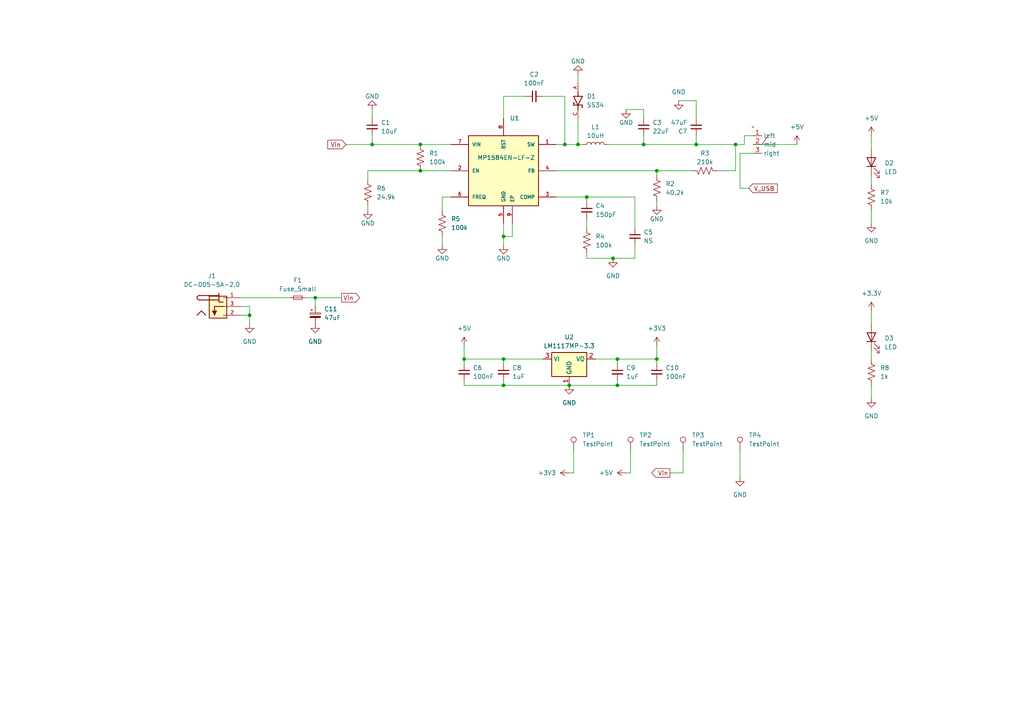
<source format=kicad_sch>
(kicad_sch (version 20230121) (generator eeschema)
  (paper "A4")
  (lib_symbols
    (symbol "Connector:TestPoint" (pin_numbers hide) (pin_names (offset 0.762) hide)
      (property "Reference" "TP" (at 0 6.858 0))
      (property "Value" "TestPoint" (at 0 5.08 0))
      (symbol "TestPoint_0_1"
        (circle (center 0 3.302) (radius 0.762))
      )
      (symbol "TestPoint_1_1"
        (pin passive line (at 0 0 90) (length 2.54) (name "1") (number "1"))
      )
    )
    (symbol "DC-005-5A-2.0:DC-005-5A-2.0" (pin_names (offset 1.016))
      (property "Reference" "J" (at -5.08 5.08 0))
      (property "Value" "DC-005-5A-2.0" (at -5.08 -5.08 0))
      (symbol "DC-005-5A-2.0_0_0"
        (arc (start -4.445 3.175) (mid -5.0773 2.54) (end -4.445 1.905) (stroke (width 0.254)))
        (rectangle (start -1.5421 -3.3564) (end 3.5379 2.9936) (stroke (width 0.254)) (fill (type background)))
        (polyline (pts (xy -4.445 1.905) (xy 1.27 1.905)) (stroke (width 0.254)))
        (polyline (pts (xy -4.445 3.175) (xy 1.27 3.175)) (stroke (width 0.254)))
        (polyline (pts (xy -3.81 -1.27) (xy -5.08 -2.54)) (stroke (width 0.254)))
        (polyline (pts (xy -2.54 -2.54) (xy -3.81 -1.27)) (stroke (width 0.254)))
        (polyline (pts (xy 0 0) (xy 0 -2.54)) (stroke (width 0.254)))
        (polyline (pts (xy 1.27 1.27) (xy 2.54 1.27)) (stroke (width 0.254)))
        (polyline (pts (xy 1.27 1.905) (xy 1.27 1.27)) (stroke (width 0.254)))
        (polyline (pts (xy 1.27 3.175) (xy 1.27 1.905)) (stroke (width 0.254)))
        (polyline (pts (xy 1.27 3.81) (xy 1.27 3.175)) (stroke (width 0.254)))
        (polyline (pts (xy 2.54 0) (xy 0 0)) (stroke (width 0.254)))
        (polyline (pts (xy -0.635 -1.27) (xy 0.635 -1.27) (xy 0 -2.54) (xy -0.635 -1.27)) (stroke (width 0.1524)) (fill (type outline)))
        (pin passive line (at 7.62 2.54 180) (length 5.08) (name "~") (number "1"))
        (pin passive line (at 7.62 -2.54 180) (length 5.08) (name "~") (number "2"))
        (pin passive line (at 7.62 0 180) (length 5.08) (name "~") (number "3"))
      )
    )
    (symbol "Device:C_Polarized_Small" (pin_numbers hide) (pin_names (offset 0.254) hide)
      (property "Reference" "C" (at 0.254 1.778 0))
      (property "Value" "C_Polarized_Small" (at 0.254 -2.032 0))
      (symbol "C_Polarized_Small_0_1"
        (rectangle (start -1.524 -0.3048) (end 1.524 -0.6858) (fill (type outline)))
        (rectangle (start -1.524 0.6858) (end 1.524 0.3048))
        (polyline (pts (xy -1.27 1.524) (xy -0.762 1.524)))
        (polyline (pts (xy -1.016 1.27) (xy -1.016 1.778)))
      )
      (symbol "C_Polarized_Small_1_1"
        (pin passive line (at 0 2.54 270) (length 1.8542) (name "~") (number "1"))
        (pin passive line (at 0 -2.54 90) (length 1.8542) (name "~") (number "2"))
      )
    )
    (symbol "Device:C_Small" (pin_numbers hide) (pin_names (offset 0.254) hide)
      (property "Reference" "C" (at 0.254 1.778 0))
      (property "Value" "C_Small" (at 0.254 -2.032 0))
      (symbol "C_Small_0_1"
        (polyline (pts (xy -1.524 -0.508) (xy 1.524 -0.508)) (stroke (width 0.3302)))
        (polyline (pts (xy -1.524 0.508) (xy 1.524 0.508)) (stroke (width 0.3048)))
      )
      (symbol "C_Small_1_1"
        (pin passive line (at 0 2.54 270) (length 2.032) (name "~") (number "1"))
        (pin passive line (at 0 -2.54 90) (length 2.032) (name "~") (number "2"))
      )
    )
    (symbol "Device:Fuse_Small" (pin_numbers hide) (pin_names (offset 0.254) hide)
      (property "Reference" "F" (at 0 -1.524 0))
      (property "Value" "Fuse_Small" (at 0 1.524 0))
      (symbol "Fuse_Small_0_1"
        (rectangle (start -1.27 0.508) (end 1.27 -0.508))
        (polyline (pts (xy -1.27 0) (xy 1.27 0)))
      )
      (symbol "Fuse_Small_1_1"
        (pin passive line (at -2.54 0 0) (length 1.27) (name "~") (number "1"))
        (pin passive line (at 2.54 0 180) (length 1.27) (name "~") (number "2"))
      )
    )
    (symbol "Device:L" (pin_numbers hide) (pin_names (offset 1.016) hide)
      (property "Reference" "L" (at -1.27 0 90))
      (property "Value" "L" (at 1.905 0 90))
      (symbol "L_0_1"
        (arc (start 0 -2.54) (mid 0.6323 -1.905) (end 0 -1.27))
        (arc (start 0 -1.27) (mid 0.6323 -0.635) (end 0 0))
        (arc (start 0 0) (mid 0.6323 0.635) (end 0 1.27))
        (arc (start 0 1.27) (mid 0.6323 1.905) (end 0 2.54))
      )
      (symbol "L_1_1"
        (pin passive line (at 0 3.81 270) (length 1.27) (name "1") (number "1"))
        (pin passive line (at 0 -3.81 90) (length 1.27) (name "2") (number "2"))
      )
    )
    (symbol "Device:LED" (pin_numbers hide) (pin_names (offset 1.016) hide)
      (property "Reference" "D" (at 0 2.54 0))
      (property "Value" "LED" (at 0 -2.54 0))
      (symbol "LED_0_1"
        (polyline (pts (xy -1.27 -1.27) (xy -1.27 1.27)) (stroke (width 0.254)))
        (polyline (pts (xy -1.27 0) (xy 1.27 0)))
        (polyline (pts (xy 1.27 -1.27) (xy 1.27 1.27) (xy -1.27 0) (xy 1.27 -1.27)) (stroke (width 0.254)))
        (polyline (pts (xy -3.048 -0.762) (xy -4.572 -2.286) (xy -3.81 -2.286) (xy -4.572 -2.286) (xy -4.572 -1.524)))
        (polyline (pts (xy -1.778 -0.762) (xy -3.302 -2.286) (xy -2.54 -2.286) (xy -3.302 -2.286) (xy -3.302 -1.524)))
      )
      (symbol "LED_1_1"
        (pin passive line (at -3.81 0 0) (length 2.54) (name "K") (number "1"))
        (pin passive line (at 3.81 0 180) (length 2.54) (name "A") (number "2"))
      )
    )
    (symbol "Device:R_US" (pin_numbers hide) (pin_names (offset 0))
      (property "Reference" "R" (at 2.54 0 90))
      (property "Value" "R_US" (at -2.54 0 90))
      (symbol "R_US_0_1"
        (polyline (pts (xy 0 -2.286) (xy 0 -2.54)))
        (polyline (pts (xy 0 2.286) (xy 0 2.54)))
        (polyline (pts (xy 0 -0.762) (xy 1.016 -1.143) (xy 0 -1.524) (xy -1.016 -1.905) (xy 0 -2.286)))
        (polyline (pts (xy 0 0.762) (xy 1.016 0.381) (xy 0 0) (xy -1.016 -0.381) (xy 0 -0.762)))
        (polyline (pts (xy 0 2.286) (xy 1.016 1.905) (xy 0 1.524) (xy -1.016 1.143) (xy 0 0.762)))
      )
      (symbol "R_US_1_1"
        (pin passive line (at 0 3.81 270) (length 1.27) (name "~") (number "1"))
        (pin passive line (at 0 -3.81 90) (length 1.27) (name "~") (number "2"))
      )
    )
    (symbol "MP1584EN-LF-Z:MP1584EN-LF-Z" (pin_names (offset 1.016))
      (property "Reference" "U" (at -26.6997 14.7715 0))
      (property "Value" "MP1584EN-LF-Z" (at -26.7003 -8.9336 0))
      (symbol "MP1584EN-LF-Z_0_0"
        (rectangle (start -26.67 -6.35) (end -6.35 13.97) (stroke (width 0.254)) (fill (type background)))
        (pin output line (at -1.27 11.43 180) (length 5.08) (name "SW") (number "1"))
        (pin input line (at -31.75 3.81 0) (length 5.08) (name "EN") (number "2"))
        (pin passive line (at -1.27 -3.81 180) (length 5.08) (name "COMP") (number "3"))
        (pin input line (at -1.27 3.81 180) (length 5.08) (name "FB") (number "4"))
        (pin power_in line (at -16.51 -11.43 90) (length 5.08) (name "GND") (number "5"))
        (pin passive line (at -31.75 -3.81 0) (length 5.08) (name "FREQ") (number "6"))
        (pin input line (at -31.75 11.43 0) (length 5.08) (name "VIN") (number "7"))
        (pin passive line (at -16.51 19.05 270) (length 5.08) (name "BST") (number "8"))
        (pin power_in line (at -13.97 -11.43 90) (length 5.08) (name "EP") (number "9"))
      )
    )
    (symbol "Regulator_Linear:LM1117MP-3.3"
      (property "Reference" "U" (at -3.81 3.175 0))
      (property "Value" "LM1117MP-3.3" (at 0 3.175 0))
      (symbol "LM1117MP-3.3_0_1"
        (rectangle (start -5.08 -5.08) (end 5.08 1.905) (stroke (width 0.254)) (fill (type background)))
      )
      (symbol "LM1117MP-3.3_1_1"
        (pin power_in line (at 0 -7.62 90) (length 2.54) (name "GND") (number "1"))
        (pin power_out line (at 7.62 0 180) (length 2.54) (name "VO") (number "2"))
        (pin power_in line (at -7.62 0 0) (length 2.54) (name "VI") (number "3"))
      )
    )
    (symbol "SS-12D10:SS-12D10"
      (property "Reference" "SW" (at 0 0 0))
      (symbol "SS-12D10_0_1"
        (polyline (pts (xy 2.5654 -5.08) (xy 3.9624 -3.048)))
      )
      (symbol "SS-12D10_1_1"
        (pin passive line (at 0 -2.54 0) (length 2.54) (name "left") (number "1"))
        (pin passive line (at 0 -5.08 0) (length 2.54) (name "mid") (number "2"))
        (pin passive line (at 0 -7.62 0) (length 2.54) (name "right") (number "3"))
      )
    )
    (symbol "SS34:SS34" (pin_names (offset 1.016))
      (property "Reference" "D" (at -5.08 2.54 0))
      (property "Value" "SS34" (at -5.08 -3.81 0))
      (symbol "SS34_0_0"
        (polyline (pts (xy -2.54 0) (xy -1.27 0)) (stroke (width 0.254)))
        (polyline (pts (xy -1.27 -1.27) (xy 1.27 0)) (stroke (width 0.254)))
        (polyline (pts (xy -1.27 0) (xy -1.27 -1.27)) (stroke (width 0.254)))
        (polyline (pts (xy -1.27 1.27) (xy -1.27 0)) (stroke (width 0.254)))
        (polyline (pts (xy 0.635 -1.016) (xy 0.635 -1.27)) (stroke (width 0.254)))
        (polyline (pts (xy 1.27 -1.27) (xy 0.635 -1.27)) (stroke (width 0.254)))
        (polyline (pts (xy 1.27 0) (xy -1.27 1.27)) (stroke (width 0.254)))
        (polyline (pts (xy 1.27 0) (xy 1.27 -1.27)) (stroke (width 0.254)))
        (polyline (pts (xy 1.27 1.27) (xy 1.27 0)) (stroke (width 0.254)))
        (polyline (pts (xy 1.905 1.27) (xy 1.27 1.27)) (stroke (width 0.254)))
        (polyline (pts (xy 1.905 1.27) (xy 1.905 1.016)) (stroke (width 0.254)))
        (polyline (pts (xy 2.54 0) (xy 1.27 0)) (stroke (width 0.254)))
        (pin passive line (at -5.08 0 0) (length 2.54) (name "~") (number "A"))
        (pin passive line (at 5.08 0 180) (length 2.54) (name "~") (number "C"))
      )
    )
    (symbol "power:+3.3V" (power) (pin_names (offset 0))
      (property "Value" "+3.3V" (at 0 3.556 0))
      (symbol "+3.3V_0_1"
        (polyline (pts (xy -0.762 1.27) (xy 0 2.54)))
        (polyline (pts (xy 0 0) (xy 0 2.54)))
        (polyline (pts (xy 0 2.54) (xy 0.762 1.27)))
      )
      (symbol "+3.3V_1_1"
        (pin power_in line (at 0 0 90) (length 0) hide (name "+3.3V") (number "1"))
      )
    )
    (symbol "power:+3V3" (power) (pin_names (offset 0))
      (property "Value" "+3V3" (at 0 3.556 0))
      (symbol "+3V3_0_1"
        (polyline (pts (xy -0.762 1.27) (xy 0 2.54)))
        (polyline (pts (xy 0 0) (xy 0 2.54)))
        (polyline (pts (xy 0 2.54) (xy 0.762 1.27)))
      )
      (symbol "+3V3_1_1"
        (pin power_in line (at 0 0 90) (length 0) hide (name "+3V3") (number "1"))
      )
    )
    (symbol "power:+5V" (power) (pin_names (offset 0))
      (property "Value" "+5V" (at 0 3.556 0))
      (symbol "+5V_0_1"
        (polyline (pts (xy -0.762 1.27) (xy 0 2.54)))
        (polyline (pts (xy 0 0) (xy 0 2.54)))
        (polyline (pts (xy 0 2.54) (xy 0.762 1.27)))
      )
      (symbol "+5V_1_1"
        (pin power_in line (at 0 0 90) (length 0) hide (name "+5V") (number "1"))
      )
    )
    (symbol "power:GND" (power) (pin_names (offset 0))
      (property "Value" "GND" (at 0 -3.81 0))
      (symbol "GND_0_1"
        (polyline (pts (xy 0 0) (xy 0 -1.27) (xy 1.27 -1.27) (xy 0 -2.54) (xy -1.27 -1.27) (xy 0 -1.27)))
      )
      (symbol "GND_1_1"
        (pin power_in line (at 0 0 270) (length 0) hide (name "GND") (number "1"))
      )
    )
  )
  (junction (at 179.07 111.76))
  (junction (at 72.39 91.44))
  (junction (at 170.18 57.15))
  (junction (at 165.1 111.76))
  (junction (at 186.69 41.91))
  (junction (at 190.5 104.14))
  (junction (at 190.5 49.53))
  (junction (at 177.8 74.93))
  (junction (at 163.83 41.91))
  (junction (at 121.92 49.53))
  (junction (at 121.92 41.91))
  (junction (at 146.05 104.14))
  (junction (at 213.36 41.91))
  (junction (at 91.44 86.36))
  (junction (at 146.05 111.76))
  (junction (at 201.93 41.91))
  (junction (at 146.05 68.58))
  (junction (at 179.07 104.14))
  (junction (at 167.64 41.91))
  (junction (at 107.95 41.91))
  (junction (at 134.62 104.14))
  (wire (pts (xy 179.07 111.76) (xy 190.5 111.76)))
  (wire (pts (xy 167.64 34.29) (xy 167.64 41.91)))
  (wire (pts (xy 167.64 21.59) (xy 167.64 24.13)))
  (wire (pts (xy 184.15 66.04) (xy 184.15 57.15)))
  (wire (pts (xy 146.05 111.76) (xy 165.1 111.76)))
  (wire (pts (xy 170.18 58.42) (xy 170.18 57.15)))
  (wire (pts (xy 196.85 29.21) (xy 201.93 29.21)))
  (wire (pts (xy 157.48 27.94) (xy 163.83 27.94)))
  (wire (pts (xy 107.95 41.91) (xy 121.92 41.91)))
  (wire (pts (xy 181.61 31.75) (xy 186.69 31.75)))
  (wire (pts (xy 148.59 64.77) (xy 148.59 68.58)))
  (wire (pts (xy 134.62 104.14) (xy 134.62 105.41)))
  (wire (pts (xy 252.73 39.37) (xy 252.73 43.18)))
  (wire (pts (xy 69.85 91.44) (xy 72.39 91.44)))
  (wire (pts (xy 146.05 110.49) (xy 146.05 111.76)))
  (wire (pts (xy 134.62 100.33) (xy 134.62 104.14)))
  (wire (pts (xy 218.44 41.91) (xy 231.14 41.91)))
  (wire (pts (xy 182.88 130.81) (xy 182.88 137.16)))
  (wire (pts (xy 146.05 34.29) (xy 146.05 27.94)))
  (wire (pts (xy 201.93 29.21) (xy 201.93 34.29)))
  (wire (pts (xy 157.48 104.14) (xy 146.05 104.14)))
  (wire (pts (xy 201.93 39.37) (xy 201.93 41.91)))
  (wire (pts (xy 176.53 41.91) (xy 186.69 41.91)))
  (wire (pts (xy 128.27 57.15) (xy 130.81 57.15)))
  (wire (pts (xy 184.15 71.12) (xy 184.15 74.93)))
  (wire (pts (xy 167.64 41.91) (xy 168.91 41.91)))
  (wire (pts (xy 106.68 49.53) (xy 121.92 49.53)))
  (wire (pts (xy 107.95 31.75) (xy 107.95 34.29)))
  (wire (pts (xy 190.5 59.69) (xy 190.5 58.42)))
  (wire (pts (xy 166.37 130.81) (xy 166.37 137.16)))
  (wire (pts (xy 214.63 130.81) (xy 214.63 138.43)))
  (wire (pts (xy 121.92 49.53) (xy 130.81 49.53)))
  (wire (pts (xy 182.88 137.16) (xy 181.61 137.16)))
  (wire (pts (xy 146.05 68.58) (xy 146.05 71.12)))
  (wire (pts (xy 198.12 130.81) (xy 198.12 137.16)))
  (wire (pts (xy 106.68 59.69) (xy 106.68 60.96)))
  (wire (pts (xy 208.28 49.53) (xy 213.36 49.53)))
  (wire (pts (xy 215.9 39.37) (xy 218.44 39.37)))
  (wire (pts (xy 146.05 27.94) (xy 152.4 27.94)))
  (wire (pts (xy 166.37 137.16) (xy 165.1 137.16)))
  (wire (pts (xy 215.9 41.91) (xy 213.36 41.91)))
  (wire (pts (xy 161.29 49.53) (xy 190.5 49.53)))
  (wire (pts (xy 100.33 41.91) (xy 107.95 41.91)))
  (wire (pts (xy 72.39 91.44) (xy 72.39 93.98)))
  (wire (pts (xy 170.18 57.15) (xy 184.15 57.15)))
  (wire (pts (xy 215.9 41.91) (xy 215.9 39.37)))
  (wire (pts (xy 214.63 54.61) (xy 217.17 54.61)))
  (wire (pts (xy 146.05 64.77) (xy 146.05 68.58)))
  (wire (pts (xy 201.93 41.91) (xy 213.36 41.91)))
  (wire (pts (xy 172.72 104.14) (xy 179.07 104.14)))
  (wire (pts (xy 179.07 104.14) (xy 179.07 105.41)))
  (wire (pts (xy 91.44 86.36) (xy 99.06 86.36)))
  (wire (pts (xy 214.63 44.45) (xy 214.63 54.61)))
  (wire (pts (xy 252.73 50.8) (xy 252.73 53.34)))
  (wire (pts (xy 190.5 100.33) (xy 190.5 104.14)))
  (wire (pts (xy 72.39 88.9) (xy 72.39 91.44)))
  (wire (pts (xy 190.5 50.8) (xy 190.5 49.53)))
  (wire (pts (xy 69.85 86.36) (xy 83.82 86.36)))
  (wire (pts (xy 69.85 88.9) (xy 72.39 88.9)))
  (wire (pts (xy 128.27 68.58) (xy 128.27 71.12)))
  (wire (pts (xy 252.73 101.6) (xy 252.73 104.14)))
  (wire (pts (xy 198.12 137.16) (xy 194.31 137.16)))
  (wire (pts (xy 252.73 90.17) (xy 252.73 93.98)))
  (wire (pts (xy 170.18 63.5) (xy 170.18 66.04)))
  (wire (pts (xy 190.5 49.53) (xy 200.66 49.53)))
  (wire (pts (xy 190.5 105.41) (xy 190.5 104.14)))
  (wire (pts (xy 146.05 68.58) (xy 148.59 68.58)))
  (wire (pts (xy 252.73 60.96) (xy 252.73 64.77)))
  (wire (pts (xy 161.29 57.15) (xy 170.18 57.15)))
  (wire (pts (xy 163.83 41.91) (xy 167.64 41.91)))
  (wire (pts (xy 106.68 52.07) (xy 106.68 49.53)))
  (wire (pts (xy 179.07 104.14) (xy 190.5 104.14)))
  (wire (pts (xy 121.92 41.91) (xy 130.81 41.91)))
  (wire (pts (xy 177.8 74.93) (xy 170.18 74.93)))
  (wire (pts (xy 186.69 41.91) (xy 201.93 41.91)))
  (wire (pts (xy 218.44 44.45) (xy 214.63 44.45)))
  (wire (pts (xy 163.83 27.94) (xy 163.83 41.91)))
  (wire (pts (xy 134.62 111.76) (xy 146.05 111.76)))
  (wire (pts (xy 134.62 110.49) (xy 134.62 111.76)))
  (wire (pts (xy 186.69 31.75) (xy 186.69 34.29)))
  (wire (pts (xy 128.27 60.96) (xy 128.27 57.15)))
  (wire (pts (xy 170.18 73.66) (xy 170.18 74.93)))
  (wire (pts (xy 146.05 104.14) (xy 146.05 105.41)))
  (wire (pts (xy 186.69 39.37) (xy 186.69 41.91)))
  (wire (pts (xy 190.5 110.49) (xy 190.5 111.76)))
  (wire (pts (xy 91.44 86.36) (xy 91.44 88.9)))
  (wire (pts (xy 252.73 111.76) (xy 252.73 115.57)))
  (wire (pts (xy 184.15 74.93) (xy 177.8 74.93)))
  (wire (pts (xy 165.1 111.76) (xy 179.07 111.76)))
  (wire (pts (xy 213.36 49.53) (xy 213.36 41.91)))
  (wire (pts (xy 146.05 104.14) (xy 134.62 104.14)))
  (wire (pts (xy 107.95 39.37) (xy 107.95 41.91)))
  (wire (pts (xy 88.9 86.36) (xy 91.44 86.36)))
  (wire (pts (xy 161.29 41.91) (xy 163.83 41.91)))
  (wire (pts (xy 179.07 110.49) (xy 179.07 111.76)))
  (global_label "Vin" (shape output) (at 194.31 137.16 180) (property "Intersheetrefs" "${INTERSHEET_REFS}" (effects hide)))
  (global_label "V_USB" (shape input) (at 217.17 54.61 0) (property "Intersheetrefs" "${INTERSHEET_REFS}" (effects hide)))
  (global_label "Vin" (shape output) (at 99.06 86.36 0) (property "Intersheetrefs" "${INTERSHEET_REFS}" (effects hide)))
  (global_label "Vin" (shape input) (at 100.33 41.91 180) (property "Intersheetrefs" "${INTERSHEET_REFS}" (effects hide)))
  (symbol (lib_id "Device:C_Small") (at 154.94 27.94 90) (unit 1)
    (property "Reference" "C2" (at 154.9463 21.59 90))
    (property "Value" "100nF" (at 154.9463 24.13 90))
    (property "Footprint" "Capacitor_SMD:C_0805_2012Metric_Pad1.18x1.45mm_HandSolder" (effects hide))
  )
  (symbol (lib_id "power:GND") (at 107.95 31.75 180) (unit 1)
    (property "Reference" "#PWR03" (effects hide))
    (property "Value" "GND" (at 107.95 27.94 0))
  )
  (symbol (lib_id "power:GND") (at 72.39 93.98 0) (unit 1)
    (property "Reference" "#PWR017" (effects hide))
    (property "Value" "GND" (at 72.39 99.06 0))
  )
  (symbol (lib_id "power:+3.3V") (at 252.73 90.17 0) (unit 1)
    (property "Reference" "#PWR014" (effects hide))
    (property "Value" "+3.3V" (at 252.73 85.09 0))
  )
  (symbol (lib_id "Device:L") (at 172.72 41.91 90) (unit 1)
    (property "Reference" "L1" (at 172.72 36.83 90))
    (property "Value" "10uH" (at 172.72 39.37 90))
    (property "Footprint" "Inductor_SMD:L_Bourns_SRP1038C_10.0x10.0mm" (effects hide))
  )
  (symbol (lib_id "DC-005-5A-2.0:DC-005-5A-2.0") (at 62.23 88.9 0) (unit 1)
    (property "Reference" "J1" (at 61.4589 80.01 0))
    (property "Value" "DC-005-5A-2.0" (at 61.4589 82.55 0))
    (property "Footprint" "DC-005-5A-2.0:XKB_DC-005-5A-2.0" (effects hide))
    (property "PARTREV" "A0" (effects hide))
    (property "STANDARD" "Manufacturer Recommendations" (effects hide))
    (property "MAXIMUM_PACKAGE_HEIGHT" "11 mm" (effects hide))
    (property "MANUFACTURER" "XKB" (effects hide))
  )
  (symbol (lib_id "power:GND") (at 177.8 74.93 0) (unit 1)
    (property "Reference" "#PWR034" (effects hide))
    (property "Value" "GND" (at 177.8 80.01 0))
  )
  (symbol (lib_id "power:GND") (at 91.44 93.98 0) (unit 1)
    (property "Reference" "#PWR016" (effects hide))
    (property "Value" "GND" (at 91.44 99.06 0))
  )
  (symbol (lib_id "Device:R_US") (at 204.47 49.53 270) (mirror x) (unit 1)
    (property "Reference" "R3" (at 204.47 44.45 90))
    (property "Value" "210k" (at 204.47 46.99 90))
    (property "Footprint" "Resistor_SMD:R_0805_2012Metric_Pad1.20x1.40mm_HandSolder" (effects hide))
  )
  (symbol (lib_id "Connector:TestPoint") (at 182.88 130.81 0) (unit 1)
    (property "Reference" "TP2" (at 185.42 126.238 0) (effects (justify left)))
    (property "Value" "TestPoint" (at 185.42 128.778 0) (effects (justify left)))
    (property "Footprint" "TestPoint:TestPoint_Loop_D2.54mm_Drill1.5mm_Beaded" (effects hide))
  )
  (symbol (lib_id "Device:C_Small") (at 170.18 60.96 0) (unit 1)
    (property "Reference" "C4" (at 172.72 59.6963 0) (effects (justify left)))
    (property "Value" "150pF" (at 172.72 62.2363 0) (effects (justify left)))
    (property "Footprint" "Capacitor_SMD:C_0805_2012Metric_Pad1.18x1.45mm_HandSolder" (effects hide))
  )
  (symbol (lib_id "Device:R_US") (at 252.73 107.95 0) (unit 1)
    (property "Reference" "R8" (at 255.27 106.68 0) (effects (justify left)))
    (property "Value" "1k" (at 255.27 109.22 0) (effects (justify left)))
    (property "Footprint" "Resistor_SMD:R_0805_2012Metric_Pad1.20x1.40mm_HandSolder" (effects hide))
  )
  (symbol (lib_id "power:GND") (at 252.73 115.57 0) (unit 1)
    (property "Reference" "#PWR015" (effects hide))
    (property "Value" "GND" (at 252.73 120.65 0))
  )
  (symbol (lib_id "power:+5V") (at 181.61 137.16 90) (unit 1)
    (property "Reference" "#PWR055" (effects hide))
    (property "Value" "+5V" (at 177.8 137.16 90) (effects (justify left)))
  )
  (symbol (lib_id "Device:LED") (at 252.73 46.99 90) (unit 1)
    (property "Reference" "D2" (at 256.54 47.3075 90) (effects (justify right)))
    (property "Value" "LED" (at 256.54 49.8475 90) (effects (justify right)))
    (property "Footprint" "LED_SMD:LED_0805_2012Metric_Pad1.15x1.40mm_HandSolder" (effects hide))
  )
  (symbol (lib_id "SS-12D10:SS-12D10") (at 218.44 36.83 0) (unit 1)
    (property "Reference" "SW4" (effects hide))
    (property "Value" "~" (at 218.44 36.83 0))
    (property "Footprint" "SS-12D10:SS-12D10" (effects hide))
  )
  (symbol (lib_id "power:GND") (at 146.05 71.12 0) (unit 1)
    (property "Reference" "#PWR06" (effects hide))
    (property "Value" "GND" (at 146.05 74.93 0))
  )
  (symbol (lib_id "power:+5V") (at 231.14 41.91 0) (unit 1)
    (property "Reference" "#PWR010" (effects hide))
    (property "Value" "+5V" (at 231.14 36.83 0))
  )
  (symbol (lib_id "Connector:TestPoint") (at 198.12 130.81 0) (unit 1)
    (property "Reference" "TP3" (at 200.66 126.238 0) (effects (justify left)))
    (property "Value" "TestPoint" (at 200.66 128.778 0) (effects (justify left)))
    (property "Footprint" "TestPoint:TestPoint_Loop_D2.54mm_Drill1.5mm_Beaded" (effects hide))
  )
  (symbol (lib_id "power:+3V3") (at 190.5 100.33 0) (unit 1)
    (property "Reference" "#PWR09" (effects hide))
    (property "Value" "+3V3" (at 190.5 95.25 0))
  )
  (symbol (lib_id "Device:R_US") (at 252.73 57.15 0) (unit 1)
    (property "Reference" "R7" (at 255.27 55.88 0) (effects (justify left)))
    (property "Value" "10k" (at 255.27 58.42 0) (effects (justify left)))
    (property "Footprint" "Resistor_SMD:R_0805_2012Metric_Pad1.20x1.40mm_HandSolder" (effects hide))
  )
  (symbol (lib_id "Device:LED") (at 252.73 97.79 90) (unit 1)
    (property "Reference" "D3" (at 256.54 98.1075 90) (effects (justify right)))
    (property "Value" "LED" (at 256.54 100.6475 90) (effects (justify right)))
    (property "Footprint" "LED_SMD:LED_0805_2012Metric_Pad1.15x1.40mm_HandSolder" (effects hide))
  )
  (symbol (lib_id "Device:R_US") (at 190.5 54.61 0) (unit 1)
    (property "Reference" "R2" (at 193.04 53.34 0) (effects (justify left)))
    (property "Value" "40.2k" (at 193.04 55.88 0) (effects (justify left)))
    (property "Footprint" "Resistor_SMD:R_0805_2012Metric_Pad1.20x1.40mm_HandSolder" (effects hide))
  )
  (symbol (lib_id "Device:C_Small") (at 201.93 36.83 180) (unit 1)
    (property "Reference" "C7" (at 199.39 38.0937 0) (effects (justify left)))
    (property "Value" "47uF" (at 199.39 35.5537 0) (effects (justify left)))
    (property "Footprint" "Capacitor_SMD:C_Elec_6.3x5.4" (effects hide))
  )
  (symbol (lib_id "Device:C_Small") (at 184.15 68.58 0) (unit 1)
    (property "Reference" "C5" (at 186.69 67.3163 0) (effects (justify left)))
    (property "Value" "NS" (at 186.69 69.8563 0) (effects (justify left)))
    (property "Footprint" "Capacitor_SMD:C_0805_2012Metric_Pad1.18x1.45mm_HandSolder" (effects hide))
  )
  (symbol (lib_id "Connector:TestPoint") (at 214.63 130.81 0) (unit 1)
    (property "Reference" "TP4" (at 217.17 126.238 0) (effects (justify left)))
    (property "Value" "TestPoint" (at 217.17 128.778 0) (effects (justify left)))
    (property "Footprint" "TestPoint:TestPoint_Loop_D2.54mm_Drill1.5mm_Beaded" (effects hide))
  )
  (symbol (lib_id "Device:C_Small") (at 146.05 107.95 0) (unit 1)
    (property "Reference" "C8" (at 148.59 106.6863 0) (effects (justify left)))
    (property "Value" "1uF" (at 148.59 109.2263 0) (effects (justify left)))
    (property "Footprint" "Capacitor_SMD:C_0805_2012Metric_Pad1.18x1.45mm_HandSolder" (effects hide))
  )
  (symbol (lib_id "Device:C_Small") (at 190.5 107.95 0) (unit 1)
    (property "Reference" "C10" (at 193.04 106.6863 0) (effects (justify left)))
    (property "Value" "100nF" (at 193.04 109.2263 0) (effects (justify left)))
    (property "Footprint" "Capacitor_SMD:C_0805_2012Metric_Pad1.18x1.45mm_HandSolder" (effects hide))
  )
  (symbol (lib_id "Device:Fuse_Small") (at 86.36 86.36 0) (unit 1)
    (property "Reference" "F1" (at 86.36 81.28 0))
    (property "Value" "Fuse_Small" (at 86.36 83.82 0))
    (property "Footprint" "Fuse:Fuse_1812_4532Metric_Pad1.30x3.40mm_HandSolder" (effects hide))
  )
  (symbol (lib_id "power:GND") (at 190.5 59.69 0) (unit 1)
    (property "Reference" "#PWR07" (effects hide))
    (property "Value" "GND" (at 190.5 63.5 0))
  )
  (symbol (lib_id "power:+3V3") (at 165.1 137.16 90) (unit 1)
    (property "Reference" "#PWR054" (effects hide))
    (property "Value" "+3V3" (at 161.29 137.16 90) (effects (justify left)))
  )
  (symbol (lib_id "Device:R_US") (at 170.18 69.85 0) (unit 1)
    (property "Reference" "R4" (at 172.72 68.58 0) (effects (justify left)))
    (property "Value" "100k" (at 172.72 71.12 0) (effects (justify left)))
    (property "Footprint" "Resistor_SMD:R_0805_2012Metric_Pad1.20x1.40mm_HandSolder" (effects hide))
  )
  (symbol (lib_id "Device:C_Small") (at 134.62 107.95 0) (unit 1)
    (property "Reference" "C6" (at 137.16 106.6863 0) (effects (justify left)))
    (property "Value" "100nF" (at 137.16 109.2263 0) (effects (justify left)))
    (property "Footprint" "Capacitor_SMD:C_0805_2012Metric_Pad1.18x1.45mm_HandSolder" (effects hide))
  )
  (symbol (lib_id "Device:R_US") (at 121.92 45.72 0) (unit 1)
    (property "Reference" "R1" (at 124.46 44.45 0) (effects (justify left)))
    (property "Value" "100k" (at 124.46 46.99 0) (effects (justify left)))
    (property "Footprint" "Resistor_SMD:R_0805_2012Metric_Pad1.20x1.40mm_HandSolder" (effects hide))
  )
  (symbol (lib_id "power:GND") (at 252.73 64.77 0) (unit 1)
    (property "Reference" "#PWR013" (effects hide))
    (property "Value" "GND" (at 252.73 69.85 0))
  )
  (symbol (lib_id "power:GND") (at 106.68 60.96 0) (unit 1)
    (property "Reference" "#PWR04" (effects hide))
    (property "Value" "GND" (at 106.68 64.77 0))
  )
  (symbol (lib_id "MP1584EN-LF-Z:MP1584EN-LF-Z") (at 162.56 53.34 0) (unit 1)
    (property "Reference" "U1" (at 147.8789 34.29 0) (effects (justify left)))
    (property "Value" "MP1584EN-LF-Z" (at 138.43 45.72 0) (effects (justify left)))
    (property "Footprint" "MP1584EN-LF-Z:SOIC127P600X170-9N" (effects hide))
    (property "STANDARD" "IPC-7351B" (effects hide))
    (property "PACKAGE" "SOIC-8" (effects hide))
    (property "PRICE" "2.72 USD" (effects hide))
    (property "MANUFACTURER" "Monolithic Power Systems" (effects hide))
  )
  (symbol (lib_id "Device:R_US") (at 128.27 64.77 0) (unit 1)
    (property "Reference" "R5" (at 130.81 63.5 0) (effects (justify left)))
    (property "Value" "100k" (at 130.81 66.04 0) (effects (justify left)))
    (property "Footprint" "Resistor_SMD:R_0805_2012Metric_Pad1.20x1.40mm_HandSolder" (effects hide))
  )
  (symbol (lib_id "power:GND") (at 165.1 111.76 0) (unit 1)
    (property "Reference" "#PWR022" (effects hide))
    (property "Value" "GND" (at 165.1 116.84 0))
  )
  (symbol (lib_id "power:GND") (at 214.63 138.43 0) (unit 1)
    (property "Reference" "#PWR057" (effects hide))
    (property "Value" "GND" (at 214.63 143.51 0))
  )
  (symbol (lib_id "Device:R_US") (at 106.68 55.88 0) (unit 1)
    (property "Reference" "R6" (at 109.22 54.61 0) (effects (justify left)))
    (property "Value" "24.9k" (at 109.22 57.15 0) (effects (justify left)))
    (property "Footprint" "Resistor_SMD:R_0805_2012Metric_Pad1.20x1.40mm_HandSolder" (effects hide))
  )
  (symbol (lib_id "power:GND") (at 167.64 21.59 180) (unit 1)
    (property "Reference" "#PWR01" (effects hide))
    (property "Value" "GND" (at 167.64 17.78 0))
  )
  (symbol (lib_id "Connector:TestPoint") (at 166.37 130.81 0) (unit 1)
    (property "Reference" "TP1" (at 168.91 126.238 0) (effects (justify left)))
    (property "Value" "TestPoint" (at 168.91 128.778 0) (effects (justify left)))
    (property "Footprint" "TestPoint:TestPoint_Loop_D2.54mm_Drill1.5mm_Beaded" (effects hide))
  )
  (symbol (lib_id "Device:C_Small") (at 186.69 36.83 180) (unit 1)
    (property "Reference" "C3" (at 189.23 35.5536 0) (effects (justify right)))
    (property "Value" "22uF" (at 189.23 38.0936 0) (effects (justify right)))
    (property "Footprint" "Capacitor_SMD:C_Elec_6.3x5.4" (effects hide))
  )
  (symbol (lib_id "power:GND") (at 128.27 71.12 0) (unit 1)
    (property "Reference" "#PWR05" (effects hide))
    (property "Value" "GND" (at 128.27 74.93 0))
  )
  (symbol (lib_id "power:+5V") (at 134.62 100.33 0) (unit 1)
    (property "Reference" "#PWR08" (effects hide))
    (property "Value" "+5V" (at 134.62 95.25 0))
  )
  (symbol (lib_id "Device:C_Small") (at 107.95 36.83 0) (unit 1)
    (property "Reference" "C1" (at 110.49 35.5663 0) (effects (justify left)))
    (property "Value" "10uF" (at 110.49 38.1063 0) (effects (justify left)))
    (property "Footprint" "Capacitor_SMD:C_0805_2012Metric_Pad1.18x1.45mm_HandSolder" (effects hide))
  )
  (symbol (lib_id "power:GND") (at 196.85 29.21 0) (unit 1)
    (property "Reference" "#PWR011" (effects hide))
    (property "Value" "GND" (at 196.85 26.67 0))
  )
  (symbol (lib_id "Regulator_Linear:LM1117MP-3.3") (at 165.1 104.14 0) (unit 1)
    (property "Reference" "U2" (at 165.1 97.79 0))
    (property "Value" "LM1117MP-3.3" (at 165.1 100.33 0))
    (property "Footprint" "Package_TO_SOT_SMD:SOT-223-3_TabPin2" (effects hide))
    (property "Datasheet" "http://www.ti.com/lit/ds/symlink/lm1117.pdf" (effects hide))
  )
  (symbol (lib_id "power:GND") (at 181.61 31.75 0) (unit 1)
    (property "Reference" "#PWR02" (effects hide))
    (property "Value" "GND" (at 181.61 35.56 0))
  )
  (symbol (lib_id "power:+5V") (at 252.73 39.37 0) (unit 1)
    (property "Reference" "#PWR012" (effects hide))
    (property "Value" "+5V" (at 252.73 34.29 0))
  )
  (symbol (lib_id "Device:C_Polarized_Small") (at 91.44 91.44 0) (unit 1)
    (property "Reference" "C11" (at 93.98 89.6239 0) (effects (justify left)))
    (property "Value" "47uF" (at 93.98 92.1639 0) (effects (justify left)))
    (property "Footprint" "Capacitor_SMD:C_Elec_6.3x5.4" (effects hide))
  )
  (symbol (lib_id "Device:C_Small") (at 179.07 107.95 0) (unit 1)
    (property "Reference" "C9" (at 181.61 106.6863 0) (effects (justify left)))
    (property "Value" "1uF" (at 181.61 109.2263 0) (effects (justify left)))
    (property "Footprint" "Capacitor_SMD:C_0805_2012Metric_Pad1.18x1.45mm_HandSolder" (effects hide))
  )
  (symbol (lib_id "SS34:SS34") (at 167.64 29.21 270) (unit 1)
    (property "Reference" "D1" (at 170.18 27.94 90) (effects (justify left)))
    (property "Value" "SS34" (at 170.18 30.48 90) (effects (justify left)))
    (property "Footprint" "SS34:DIOM7959X265N" (effects hide))
    (property "PARTREV" "31 Aug 2016" (effects hide))
    (property "STANDARD" "IPC-7351B" (effects hide))
    (property "SNAPEDA_PACKAGE_ID" "36301" (effects hide))
    (property "MAXIMUM_PACKAGE_HEIGHT" "2.65mm" (effects hide))
    (property "MANUFACTURER" "On Semiconductor" (effects hide))
  )
)
</source>
